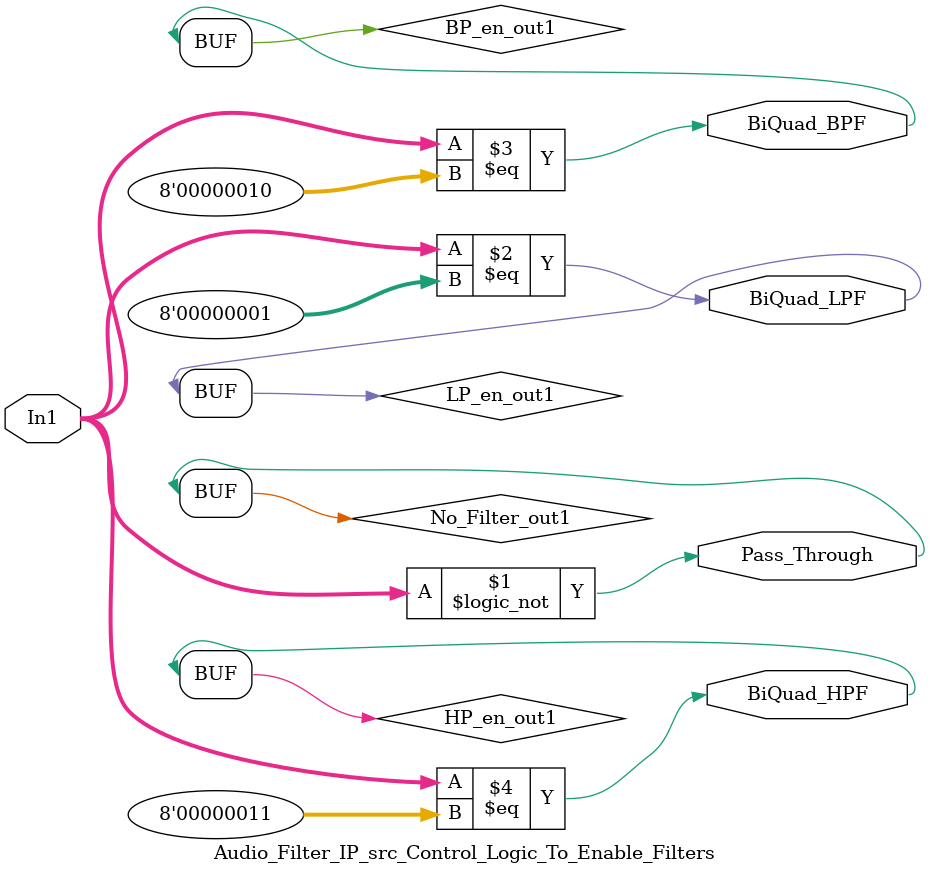
<source format=v>



`timescale 1 ns / 1 ns

module Audio_Filter_IP_src_Control_Logic_To_Enable_Filters
          (In1,
           Pass_Through,
           BiQuad_LPF,
           BiQuad_BPF,
           BiQuad_HPF);


  input   [7:0] In1;  // uint8
  output  Pass_Through;
  output  BiQuad_LPF;
  output  BiQuad_BPF;
  output  BiQuad_HPF;


  wire No_Filter_out1;
  wire LP_en_out1;
  wire BP_en_out1;
  wire HP_en_out1;


  assign No_Filter_out1 = In1 == 8'b00000000;
  assign Pass_Through = No_Filter_out1;

  assign LP_en_out1 = In1 == 8'b00000001;
  assign BiQuad_LPF = LP_en_out1;

  assign BP_en_out1 = In1 == 8'b00000010;
  assign BiQuad_BPF = BP_en_out1;

  assign HP_en_out1 = In1 == 8'b00000011;
  assign BiQuad_HPF = HP_en_out1;

endmodule  // Audio_Filter_IP_src_Control_Logic_To_Enable_Filters


</source>
